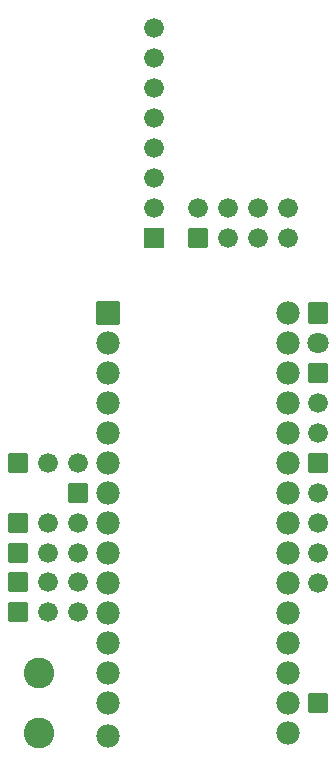
<source format=gts>
G04 Layer: TopSolderMaskLayer*
G04 EasyEDA v6.5.20, 2022-10-25 13:43:38*
G04 7ab05346c3184fb1b1d82cee0c39fc96,2b06a704b0b744f5a7d1a44ad6c904bc,10*
G04 Gerber Generator version 0.2*
G04 Scale: 100 percent, Rotated: No, Reflected: No *
G04 Dimensions in millimeters *
G04 leading zeros omitted , absolute positions ,4 integer and 5 decimal *
%FSLAX45Y45*%
%MOMM*%

%AMMACRO1*1,1,$1,$2,$3*1,1,$1,$4,$5*1,1,$1,0-$2,0-$3*1,1,$1,0-$4,0-$5*20,1,$1,$2,$3,$4,$5,0*20,1,$1,$4,$5,0-$2,0-$3,0*20,1,$1,0-$2,0-$3,0-$4,0-$5,0*20,1,$1,0-$4,0-$5,$2,$3,0*4,1,4,$2,$3,$4,$5,0-$2,0-$3,0-$4,0-$5,$2,$3,0*%
%ADD10C,1.6764*%
%ADD11MACRO1,0.1016X-0.7874X0.7874X0.7874X0.7874*%
%ADD12MACRO1,0.1016X0.7874X0.7874X0.7874X-0.7874*%
%ADD13MACRO1,0.1016X0.7874X0.85X0.7874X-0.85*%
%ADD14C,1.8016*%
%ADD15C,2.6016*%
%ADD16R,1.6764X1.6764*%
%ADD17MACRO1,0.2032X0.889X0.889X0.889X-0.889*%
%ADD18C,1.9812*%

%LPD*%
D10*
G01*
X762000Y1765300D03*
G01*
X508000Y1765300D03*
D11*
G01*
X254000Y1765300D03*
D10*
G01*
X762000Y1511300D03*
G01*
X508000Y1511300D03*
D11*
G01*
X254000Y1511300D03*
D12*
G01*
X2794000Y736600D03*
G01*
X762000Y2514600D03*
D13*
G01*
X2794000Y4038598D03*
D14*
G01*
X2794000Y3784600D03*
D10*
G01*
X2794000Y3022600D03*
G01*
X2794000Y3276600D03*
D12*
G01*
X2794000Y3530600D03*
D15*
G01*
X431800Y482600D03*
G01*
X431800Y990600D03*
D11*
G01*
X254000Y2768600D03*
D10*
G01*
X508000Y2768600D03*
G01*
X762000Y2768600D03*
D11*
G01*
X254000Y2260600D03*
D10*
G01*
X508000Y2260600D03*
G01*
X762000Y2260600D03*
D11*
G01*
X254000Y2006600D03*
D10*
G01*
X508000Y2006600D03*
G01*
X762000Y2006600D03*
D11*
G01*
X1778000Y4673600D03*
D10*
G01*
X1778000Y4927600D03*
G01*
X2032000Y4673600D03*
G01*
X2032000Y4927600D03*
G01*
X2286000Y4673600D03*
G01*
X2286000Y4927600D03*
G01*
X2540000Y4673600D03*
G01*
X2540000Y4927600D03*
D16*
G01*
X1409700Y4673600D03*
D10*
G01*
X1409700Y4927600D03*
G01*
X1409700Y5181600D03*
G01*
X1409700Y5435600D03*
G01*
X1409700Y5689600D03*
G01*
X1409700Y5943600D03*
G01*
X1409700Y6197600D03*
G01*
X1409700Y6451600D03*
G01*
X2794000Y1752600D03*
G01*
X2794000Y2006600D03*
G01*
X2794000Y2260600D03*
G01*
X2794000Y2514600D03*
D12*
G01*
X2794000Y2768600D03*
D17*
G01*
X1016000Y4038600D03*
D18*
G01*
X1016000Y3784600D03*
G01*
X1016000Y3530600D03*
G01*
X1016000Y3276600D03*
G01*
X1016000Y3022600D03*
G01*
X1016000Y2768600D03*
G01*
X1016000Y2514600D03*
G01*
X1016000Y2260600D03*
G01*
X1016000Y2006600D03*
G01*
X1016000Y1752600D03*
G01*
X1016000Y1498600D03*
G01*
X1016000Y1244600D03*
G01*
X1016000Y990600D03*
G01*
X1016000Y736600D03*
G01*
X1016000Y457200D03*
G01*
X2540000Y4038600D03*
G01*
X2540000Y3784600D03*
G01*
X2540000Y3530600D03*
G01*
X2540000Y3276600D03*
G01*
X2540000Y3022600D03*
G01*
X2540000Y2768600D03*
G01*
X2540000Y2514600D03*
G01*
X2540000Y2260600D03*
G01*
X2540000Y2006600D03*
G01*
X2540000Y1752600D03*
G01*
X2540000Y1498600D03*
G01*
X2540000Y1244600D03*
G01*
X2540000Y990600D03*
G01*
X2540000Y736600D03*
G01*
X2540000Y482600D03*
M02*

</source>
